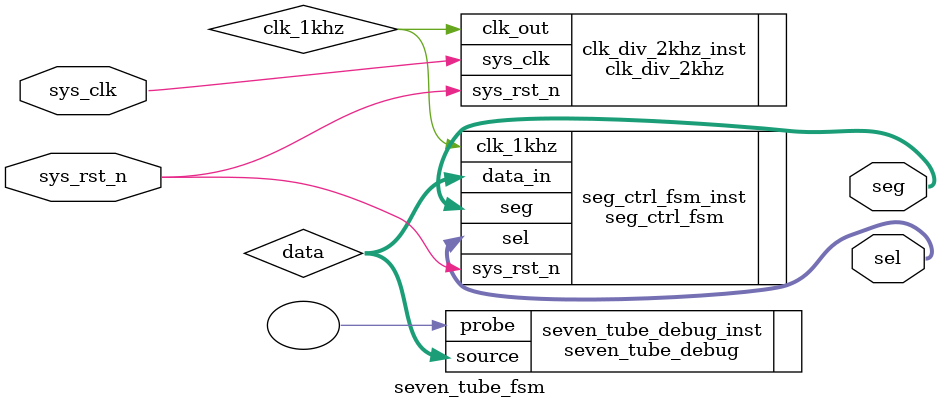
<source format=v>
module seven_tube_fsm (
    input sys_clk,
    input sys_rst_n,
    //input [23:0] data_in,
    output [2:0] sel,
    output [7:0] seg
);
    wire clk_1khz;
    wire [23:0] data;

	seven_tube_debug seven_tube_debug_inst (
		.source (data), // sources.source
		.probe  ()   //  probes.probe
	);

    clk_div_2khz clk_div_2khz_inst (
        .sys_clk(sys_clk),
        .sys_rst_n(sys_rst_n),
        .clk_out(clk_1khz)
    );

    seg_ctrl_fsm seg_ctrl_fsm_inst (
        .clk_1khz(clk_1khz),
        .sys_rst_n(sys_rst_n),
        .data_in(data),
        .sel(sel),
        .seg(seg)
    );
endmodule
</source>
